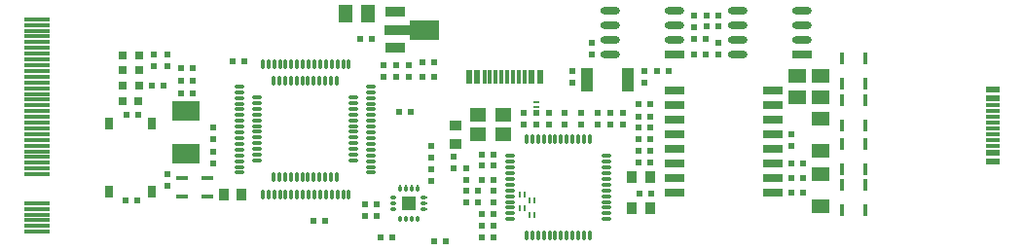
<source format=gtp>
G04*
G04 #@! TF.GenerationSoftware,Altium Limited,Altium Designer,18.1.7 (191)*
G04*
G04 Layer_Color=8421504*
%FSLAX44Y44*%
%MOMM*%
G71*
G01*
G75*
%ADD15R,0.6000X0.6000*%
%ADD16R,0.6000X0.6000*%
%ADD17R,1.1000X2.0000*%
%ADD18R,1.7000X0.6500*%
%ADD19O,1.7000X0.6500*%
%ADD20R,1.1500X0.6000*%
%ADD21R,1.1500X0.3000*%
%ADD22R,2.6000X1.7000*%
%ADD23R,1.7000X0.9000*%
%ADD24R,2.5000X0.9000*%
%ADD25R,0.4500X1.0000*%
%ADD26R,0.8000X0.8000*%
%ADD27R,1.0000X0.4500*%
%ADD28R,0.2000X0.6000*%
%ADD29R,1.5000X1.2000*%
%ADD30R,0.9300X0.9800*%
%ADD31R,0.2800X0.2800*%
%ADD32O,0.2800X0.6600*%
%ADD33O,0.6600X0.2800*%
%ADD34R,1.2500X1.2500*%
%ADD35R,1.3000X1.5000*%
%ADD36R,1.5000X1.3000*%
%ADD37R,2.2500X0.3500*%
%ADD38R,0.6000X1.1500*%
%ADD39R,0.3000X1.1500*%
%ADD40R,0.7000X1.1000*%
G04:AMPARAMS|DCode=41|XSize=0.3mm|YSize=0.8mm|CornerRadius=0.075mm|HoleSize=0mm|Usage=FLASHONLY|Rotation=180.000|XOffset=0mm|YOffset=0mm|HoleType=Round|Shape=RoundedRectangle|*
%AMROUNDEDRECTD41*
21,1,0.3000,0.6500,0,0,180.0*
21,1,0.1500,0.8000,0,0,180.0*
1,1,0.1500,-0.0750,0.3250*
1,1,0.1500,0.0750,0.3250*
1,1,0.1500,0.0750,-0.3250*
1,1,0.1500,-0.0750,-0.3250*
%
%ADD41ROUNDEDRECTD41*%
G04:AMPARAMS|DCode=42|XSize=0.3mm|YSize=0.8mm|CornerRadius=0.075mm|HoleSize=0mm|Usage=FLASHONLY|Rotation=90.000|XOffset=0mm|YOffset=0mm|HoleType=Round|Shape=RoundedRectangle|*
%AMROUNDEDRECTD42*
21,1,0.3000,0.6500,0,0,90.0*
21,1,0.1500,0.8000,0,0,90.0*
1,1,0.1500,0.3250,0.0750*
1,1,0.1500,0.3250,-0.0750*
1,1,0.1500,-0.3250,-0.0750*
1,1,0.1500,-0.3250,0.0750*
%
%ADD42ROUNDEDRECTD42*%
%ADD43R,2.4000X1.7000*%
%ADD44R,0.9800X0.9300*%
%ADD45R,0.6000X0.2000*%
%ADD46R,1.4000X1.2000*%
%ADD47R,1.6700X0.7600*%
D15*
X752000Y491080D02*
D03*
Y480920D02*
D03*
X709000Y442080D02*
D03*
Y431920D02*
D03*
X663000Y467080D02*
D03*
Y456920D02*
D03*
X773000D02*
D03*
Y467080D02*
D03*
X646000Y442080D02*
D03*
Y431920D02*
D03*
X294000Y342920D02*
D03*
Y353080D02*
D03*
X524000Y377080D02*
D03*
Y366920D02*
D03*
X334000Y361920D02*
D03*
Y372080D02*
D03*
X482000Y447080D02*
D03*
Y436920D02*
D03*
X543000Y357920D02*
D03*
Y368080D02*
D03*
X504000Y447080D02*
D03*
Y436920D02*
D03*
X294000Y446920D02*
D03*
Y457080D02*
D03*
X282000Y446920D02*
D03*
Y457080D02*
D03*
X493000Y447080D02*
D03*
Y436920D02*
D03*
X334000Y382920D02*
D03*
Y393080D02*
D03*
X524000Y346920D02*
D03*
Y357080D02*
D03*
X837000Y387080D02*
D03*
Y376920D02*
D03*
X578000Y327920D02*
D03*
Y338080D02*
D03*
X690000Y395920D02*
D03*
Y406080D02*
D03*
X554000Y347920D02*
D03*
Y358080D02*
D03*
X604000Y395920D02*
D03*
Y406080D02*
D03*
X615000Y395920D02*
D03*
Y406080D02*
D03*
X626000D02*
D03*
Y395920D02*
D03*
X640000D02*
D03*
Y406080D02*
D03*
X654000Y395920D02*
D03*
Y406080D02*
D03*
X668000Y396000D02*
D03*
Y406160D02*
D03*
X679000Y395920D02*
D03*
Y406080D02*
D03*
D16*
X719920Y442000D02*
D03*
X730080D02*
D03*
X762920Y481000D02*
D03*
X773080D02*
D03*
X762920Y491000D02*
D03*
X773080D02*
D03*
X762080Y457000D02*
D03*
X751920D02*
D03*
X762080Y470000D02*
D03*
X751920D02*
D03*
X526080Y450000D02*
D03*
X515920D02*
D03*
X495920Y407000D02*
D03*
X506080D02*
D03*
X564080Y328000D02*
D03*
X553920D02*
D03*
X258420Y404000D02*
D03*
X268580D02*
D03*
X461920Y470000D02*
D03*
X472080D02*
D03*
X476080Y326000D02*
D03*
X465920D02*
D03*
X350920Y451000D02*
D03*
X361080D02*
D03*
X476080Y316000D02*
D03*
X465920D02*
D03*
X316080Y434000D02*
D03*
X305920D02*
D03*
Y423000D02*
D03*
X316080D02*
D03*
Y445000D02*
D03*
X305920D02*
D03*
X536080Y294000D02*
D03*
X525920D02*
D03*
X490080Y298000D02*
D03*
X479920D02*
D03*
X280920Y430000D02*
D03*
X291080D02*
D03*
X257920Y330000D02*
D03*
X268080D02*
D03*
X515920Y437000D02*
D03*
X526080D02*
D03*
X431080Y312000D02*
D03*
X420920D02*
D03*
X578080Y308000D02*
D03*
X567920D02*
D03*
X836920Y362000D02*
D03*
X847080D02*
D03*
X836920Y337000D02*
D03*
X847080D02*
D03*
X836920Y349000D02*
D03*
X847080D02*
D03*
X703920Y393000D02*
D03*
X714080D02*
D03*
X703920Y414000D02*
D03*
X714080D02*
D03*
X703920Y383000D02*
D03*
X714080D02*
D03*
X578080Y298000D02*
D03*
X567920D02*
D03*
X578080Y318000D02*
D03*
X567920D02*
D03*
Y370000D02*
D03*
X578080D02*
D03*
X567920Y360000D02*
D03*
X578080D02*
D03*
X703920Y373000D02*
D03*
X714080D02*
D03*
X715080Y336000D02*
D03*
X704920D02*
D03*
X714080Y363000D02*
D03*
X703920D02*
D03*
X714080Y403000D02*
D03*
X703920D02*
D03*
X564080Y338000D02*
D03*
X553920D02*
D03*
X578080Y348000D02*
D03*
X567920D02*
D03*
D17*
X695000Y435000D02*
D03*
X659000D02*
D03*
D18*
X846000Y456900D02*
D03*
X735000Y457000D02*
D03*
D19*
X846000Y469600D02*
D03*
Y482300D02*
D03*
Y495000D02*
D03*
X790000Y456900D02*
D03*
Y469600D02*
D03*
Y482300D02*
D03*
Y495000D02*
D03*
X735000Y469700D02*
D03*
Y482400D02*
D03*
Y495100D02*
D03*
X679000Y457000D02*
D03*
Y469700D02*
D03*
Y482400D02*
D03*
Y495100D02*
D03*
D20*
X1012030Y364000D02*
D03*
Y371500D02*
D03*
X1012000Y418500D02*
D03*
X1012030Y426000D02*
D03*
D21*
Y377500D02*
D03*
Y382500D02*
D03*
Y387500D02*
D03*
Y392500D02*
D03*
X1012000Y397500D02*
D03*
X1012030Y402500D02*
D03*
Y407500D02*
D03*
Y412500D02*
D03*
D22*
X518000Y478000D02*
D03*
D23*
X492000Y463000D02*
D03*
Y494000D02*
D03*
D24*
X496000Y478000D02*
D03*
D25*
X881000Y379000D02*
D03*
Y357000D02*
D03*
X901000Y379000D02*
D03*
Y357000D02*
D03*
Y343000D02*
D03*
Y321000D02*
D03*
X881000Y343000D02*
D03*
Y321000D02*
D03*
X901000Y431000D02*
D03*
Y453000D02*
D03*
X881000Y431000D02*
D03*
Y453000D02*
D03*
X901000Y395000D02*
D03*
Y417000D02*
D03*
X881000Y395000D02*
D03*
Y417000D02*
D03*
D26*
X269000Y416000D02*
D03*
X255000D02*
D03*
X269300Y430000D02*
D03*
X255300D02*
D03*
X269300Y443000D02*
D03*
X255300D02*
D03*
X269300Y456000D02*
D03*
X255300D02*
D03*
D27*
X306500Y349500D02*
D03*
X328500D02*
D03*
X306500Y333000D02*
D03*
X328500D02*
D03*
D28*
X605000Y335000D02*
D03*
X601000D02*
D03*
X605000Y323000D02*
D03*
X601000D02*
D03*
X613000Y330000D02*
D03*
X609000D02*
D03*
X613000Y317000D02*
D03*
X609000D02*
D03*
D29*
X862000Y400954D02*
D03*
Y373046D02*
D03*
Y325046D02*
D03*
Y352954D02*
D03*
D30*
X698300Y350000D02*
D03*
X713700D02*
D03*
X698300Y323000D02*
D03*
X713700D02*
D03*
X343300Y335000D02*
D03*
X358700D02*
D03*
D31*
X496500Y342150D02*
D03*
X501500D02*
D03*
X506500D02*
D03*
X511500D02*
D03*
X519150Y332214D02*
D03*
Y327214D02*
D03*
Y322214D02*
D03*
X511500Y311850D02*
D03*
X506500D02*
D03*
X501500D02*
D03*
X496500D02*
D03*
X488850Y321960D02*
D03*
Y326960D02*
D03*
Y331960D02*
D03*
D32*
X496500Y340250D02*
D03*
X501500D02*
D03*
X506500D02*
D03*
X511500D02*
D03*
Y313750D02*
D03*
X506500D02*
D03*
X501500D02*
D03*
X496500D02*
D03*
D33*
X517250Y332214D02*
D03*
Y327214D02*
D03*
Y322214D02*
D03*
X490750Y321960D02*
D03*
Y326960D02*
D03*
Y331960D02*
D03*
D34*
X504000Y327000D02*
D03*
D35*
X449500Y492000D02*
D03*
X468500D02*
D03*
D36*
X842000Y438500D02*
D03*
Y419500D02*
D03*
X862000Y438500D02*
D03*
Y419500D02*
D03*
D37*
X181000Y457500D02*
D03*
Y452500D02*
D03*
Y447500D02*
D03*
Y442500D02*
D03*
Y302500D02*
D03*
Y307500D02*
D03*
Y312500D02*
D03*
Y317500D02*
D03*
Y322500D02*
D03*
Y327500D02*
D03*
Y352500D02*
D03*
Y357500D02*
D03*
Y362500D02*
D03*
Y367500D02*
D03*
Y372500D02*
D03*
Y377500D02*
D03*
Y382500D02*
D03*
Y387500D02*
D03*
Y392500D02*
D03*
Y397500D02*
D03*
Y402500D02*
D03*
Y407500D02*
D03*
Y412500D02*
D03*
Y417500D02*
D03*
Y422500D02*
D03*
Y427500D02*
D03*
Y432500D02*
D03*
Y437500D02*
D03*
Y462500D02*
D03*
Y487500D02*
D03*
Y482500D02*
D03*
Y477500D02*
D03*
Y472500D02*
D03*
Y467500D02*
D03*
D38*
X618300Y437600D02*
D03*
X610800D02*
D03*
X563800Y437570D02*
D03*
X556300Y437600D02*
D03*
D39*
X604800D02*
D03*
X599800D02*
D03*
X594800D02*
D03*
X589800D02*
D03*
X584800Y437570D02*
D03*
X579800Y437600D02*
D03*
X574800D02*
D03*
X569800D02*
D03*
D40*
X280500Y337500D02*
D03*
Y396500D02*
D03*
X243500D02*
D03*
Y337500D02*
D03*
D41*
X452000Y448500D02*
D03*
X447000D02*
D03*
X442000D02*
D03*
X437000D02*
D03*
X432000D02*
D03*
X427000D02*
D03*
X422000D02*
D03*
X417000D02*
D03*
X412000D02*
D03*
X407000D02*
D03*
X402000D02*
D03*
X397000D02*
D03*
X392000D02*
D03*
X387000D02*
D03*
X382000D02*
D03*
X377000D02*
D03*
X452000Y334500D02*
D03*
X447000D02*
D03*
X442000D02*
D03*
X437000D02*
D03*
X432000D02*
D03*
X427000D02*
D03*
X422000D02*
D03*
X417000D02*
D03*
X412000D02*
D03*
X407000D02*
D03*
X402000D02*
D03*
X397000D02*
D03*
X392000D02*
D03*
X387000D02*
D03*
X382000D02*
D03*
X377000D02*
D03*
X386500Y350250D02*
D03*
X391500D02*
D03*
X396500D02*
D03*
X401500D02*
D03*
X406500D02*
D03*
X411500D02*
D03*
X416500D02*
D03*
X421500D02*
D03*
X426500D02*
D03*
X431500D02*
D03*
X436500D02*
D03*
X441500D02*
D03*
X386500Y433750D02*
D03*
X391500D02*
D03*
X396500D02*
D03*
X401500D02*
D03*
X406500D02*
D03*
X411500D02*
D03*
X416500D02*
D03*
X421500D02*
D03*
X426500D02*
D03*
X431500D02*
D03*
X436500D02*
D03*
X441500D02*
D03*
X661500Y382750D02*
D03*
X656500D02*
D03*
X651500D02*
D03*
X646500D02*
D03*
X641500D02*
D03*
X636500D02*
D03*
X631500D02*
D03*
X626500D02*
D03*
X621500D02*
D03*
X616500D02*
D03*
X611500D02*
D03*
X606500D02*
D03*
X661500Y299250D02*
D03*
X656500D02*
D03*
X651500D02*
D03*
X646500D02*
D03*
X641500D02*
D03*
X636500D02*
D03*
X631500D02*
D03*
X626500D02*
D03*
X621500D02*
D03*
X616500D02*
D03*
X611500D02*
D03*
X606500D02*
D03*
D42*
X471500Y354000D02*
D03*
Y359000D02*
D03*
Y364000D02*
D03*
Y369000D02*
D03*
Y374000D02*
D03*
Y379000D02*
D03*
Y384000D02*
D03*
Y389000D02*
D03*
Y394000D02*
D03*
Y399000D02*
D03*
Y404000D02*
D03*
Y409000D02*
D03*
Y414000D02*
D03*
Y419000D02*
D03*
Y424000D02*
D03*
Y429000D02*
D03*
X357080Y354000D02*
D03*
Y359000D02*
D03*
Y364000D02*
D03*
Y369000D02*
D03*
Y374000D02*
D03*
Y379000D02*
D03*
Y384000D02*
D03*
Y389000D02*
D03*
Y394000D02*
D03*
Y399000D02*
D03*
Y404000D02*
D03*
Y409000D02*
D03*
Y414000D02*
D03*
Y419000D02*
D03*
Y424000D02*
D03*
Y429000D02*
D03*
X372250Y419500D02*
D03*
X372250Y414500D02*
D03*
X372250Y409500D02*
D03*
X372250Y404500D02*
D03*
Y399500D02*
D03*
Y394500D02*
D03*
Y389500D02*
D03*
Y384500D02*
D03*
X372250Y379500D02*
D03*
X372250Y374500D02*
D03*
Y369500D02*
D03*
Y364500D02*
D03*
X455750Y419500D02*
D03*
Y414500D02*
D03*
Y409500D02*
D03*
Y404500D02*
D03*
Y399500D02*
D03*
Y394500D02*
D03*
Y389500D02*
D03*
Y384500D02*
D03*
Y379500D02*
D03*
Y374500D02*
D03*
Y369500D02*
D03*
Y364500D02*
D03*
X675750Y313500D02*
D03*
X675750Y318500D02*
D03*
X675750Y323500D02*
D03*
X675750Y328500D02*
D03*
Y333500D02*
D03*
Y338500D02*
D03*
Y343500D02*
D03*
Y348500D02*
D03*
X675750Y353500D02*
D03*
X675750Y358500D02*
D03*
Y363500D02*
D03*
Y368500D02*
D03*
X592250Y313500D02*
D03*
Y318500D02*
D03*
Y323500D02*
D03*
Y328500D02*
D03*
Y333500D02*
D03*
Y338500D02*
D03*
Y343500D02*
D03*
Y348500D02*
D03*
Y353500D02*
D03*
Y358500D02*
D03*
Y363500D02*
D03*
Y368500D02*
D03*
D43*
X310600Y407500D02*
D03*
Y370500D02*
D03*
D44*
X545000Y394700D02*
D03*
Y379300D02*
D03*
D45*
X615000Y411000D02*
D03*
Y415000D02*
D03*
D46*
X586000Y387000D02*
D03*
Y404000D02*
D03*
X564000D02*
D03*
Y387000D02*
D03*
D47*
X735350Y425450D02*
D03*
Y412750D02*
D03*
Y400050D02*
D03*
Y387350D02*
D03*
Y374650D02*
D03*
Y361950D02*
D03*
Y349250D02*
D03*
Y336550D02*
D03*
X820650D02*
D03*
Y349250D02*
D03*
Y361950D02*
D03*
Y374650D02*
D03*
Y387350D02*
D03*
Y400050D02*
D03*
Y412750D02*
D03*
Y425450D02*
D03*
M02*

</source>
